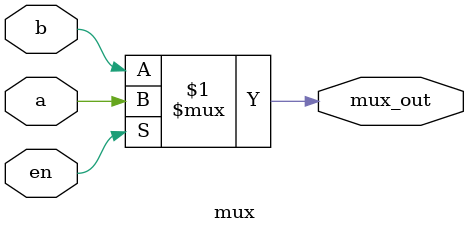
<source format=v>
module mux (en, a, b, mux_out);

input        en;
input        a, b;
output       mux_out;

wire mux_out;
 assign mux_out = (en)? a : b;

endmodule
</source>
